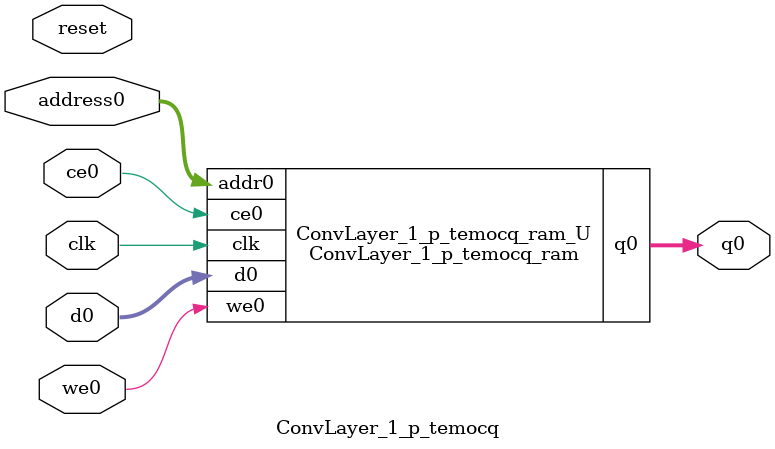
<source format=v>

`timescale 1 ns / 1 ps
module ConvLayer_1_p_temocq_ram (addr0, ce0, d0, we0, q0,  clk);

parameter DWIDTH = 32;
parameter AWIDTH = 10;
parameter MEM_SIZE = 576;

input[AWIDTH-1:0] addr0;
input ce0;
input[DWIDTH-1:0] d0;
input we0;
output reg[DWIDTH-1:0] q0;
input clk;

(* ram_style = "block" *)reg [DWIDTH-1:0] ram[0:MEM_SIZE-1];




always @(posedge clk)  
begin 
    if (ce0) 
    begin
        if (we0) 
        begin 
            ram[addr0] <= d0; 
            q0 <= d0;
        end 
        else 
            q0 <= ram[addr0];
    end
end


endmodule


`timescale 1 ns / 1 ps
module ConvLayer_1_p_temocq(
    reset,
    clk,
    address0,
    ce0,
    we0,
    d0,
    q0);

parameter DataWidth = 32'd32;
parameter AddressRange = 32'd576;
parameter AddressWidth = 32'd10;
input reset;
input clk;
input[AddressWidth - 1:0] address0;
input ce0;
input we0;
input[DataWidth - 1:0] d0;
output[DataWidth - 1:0] q0;



ConvLayer_1_p_temocq_ram ConvLayer_1_p_temocq_ram_U(
    .clk( clk ),
    .addr0( address0 ),
    .ce0( ce0 ),
    .we0( we0 ),
    .d0( d0 ),
    .q0( q0 ));

endmodule


</source>
